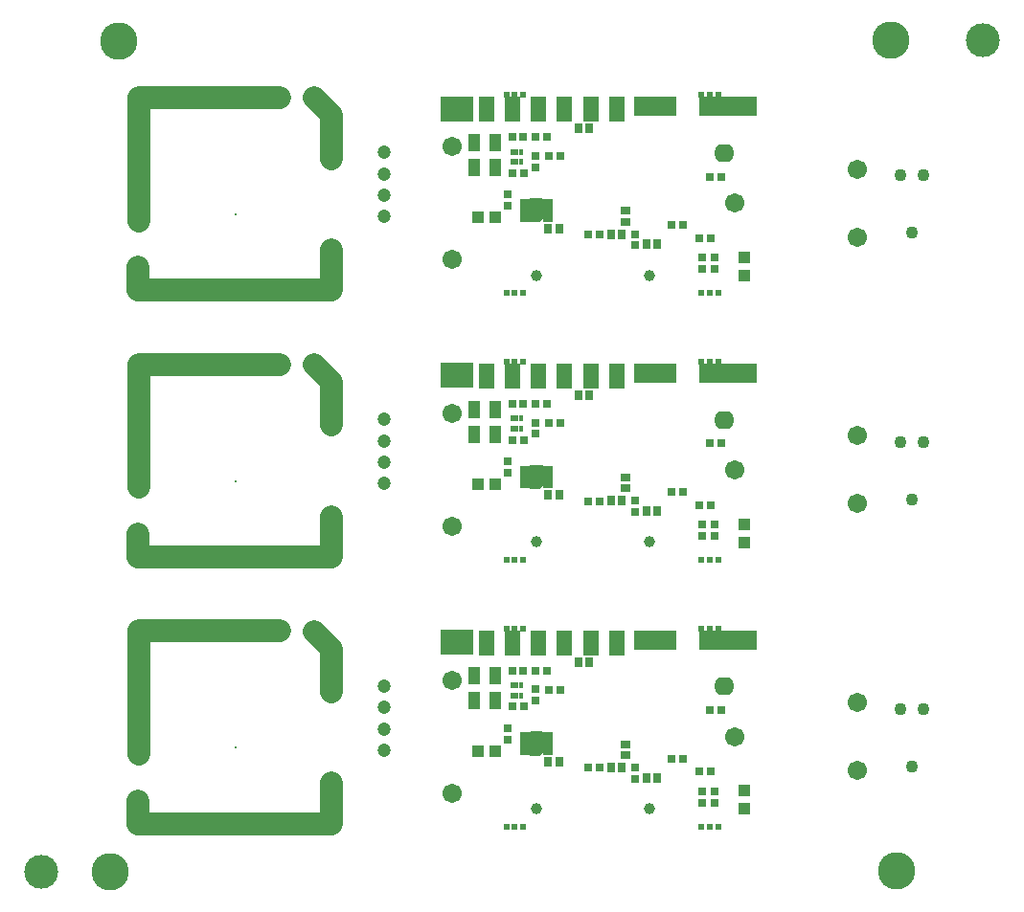
<source format=gts>
G04*
G04 #@! TF.GenerationSoftware,Altium Limited,Altium Designer,19.1.6 (110)*
G04*
G04 Layer_Color=8388736*
%FSAX25Y25*%
%MOIN*%
G70*
G01*
G75*
%ADD32C,0.04724*%
%ADD78R,0.11575X0.09055*%
%ADD79C,0.07874*%
%ADD80C,0.11811*%
%ADD81R,0.14580X0.06706*%
%ADD82R,0.01575X0.01968*%
%ADD83R,0.02769X0.03162*%
%ADD84R,0.03162X0.02769*%
%ADD85R,0.20485X0.06706*%
%ADD86R,0.05524X0.08674*%
%ADD87R,0.03556X0.01981*%
%ADD88R,0.02769X0.02769*%
%ADD89R,0.03950X0.03950*%
%ADD90R,0.03162X0.03320*%
%ADD91R,0.03950X0.03950*%
%ADD92R,0.03320X0.03162*%
%ADD93R,0.04343X0.05918*%
%ADD94C,0.13005*%
%ADD95O,0.07099X0.06312*%
%ADD96C,0.04343*%
%ADD97C,0.06706*%
%ADD98C,0.03950*%
%ADD99C,0.02375*%
%ADD100C,0.00800*%
G36*
X0297443Y0347585D02*
X0300886Y0347585D01*
X0300886D01*
X0300938Y0347582D01*
X0300990Y0347572D01*
X0301039Y0347555D01*
X0301086Y0347532D01*
X0301130Y0347503D01*
X0301164Y0347473D01*
X0301169Y0347468D01*
Y0347468D01*
X0301169D01*
X0301174Y0347462D01*
X0301204Y0347429D01*
X0301233Y0347385D01*
X0301256Y0347338D01*
X0301273Y0347288D01*
X0301283Y0347237D01*
X0301287Y0347184D01*
Y0347184D01*
Y0347184D01*
X0301287Y0340492D01*
X0301285Y0340463D01*
X0301283Y0340440D01*
X0301283Y0340440D01*
X0301283Y0340440D01*
X0301276Y0340406D01*
X0301273Y0340389D01*
X0301273Y0340389D01*
X0301273Y0340388D01*
X0301261Y0340355D01*
X0301256Y0340339D01*
X0301256Y0340339D01*
X0301256Y0340339D01*
X0301243Y0340313D01*
X0301233Y0340292D01*
X0301233Y0340292D01*
X0301233Y0340292D01*
X0301217Y0340268D01*
X0301204Y0340248D01*
X0301204Y0340248D01*
X0301204Y0340248D01*
X0301184Y0340226D01*
X0301169Y0340209D01*
X0300186Y0339224D01*
X0300185Y0339224D01*
X0300185Y0339223D01*
X0300166Y0339207D01*
X0300146Y0339189D01*
X0300146Y0339189D01*
X0300146Y0339189D01*
X0300126Y0339175D01*
X0300103Y0339160D01*
X0300102Y0339160D01*
X0300102Y0339160D01*
X0300079Y0339148D01*
X0300056Y0339137D01*
X0300056Y0339137D01*
X0300055Y0339137D01*
X0300024Y0339126D01*
X0300006Y0339120D01*
X0300006Y0339120D01*
X0300006Y0339120D01*
X0299978Y0339114D01*
X0299955Y0339109D01*
X0299954Y0339109D01*
X0299954Y0339109D01*
X0299931Y0339108D01*
X0299902Y0339106D01*
X0299902Y0339106D01*
X0299902Y0339106D01*
X0297436Y0339107D01*
X0297436Y0339107D01*
X0297435Y0339107D01*
X0297144Y0339107D01*
X0297117Y0339109D01*
X0297092Y0339111D01*
X0297092Y0339111D01*
X0297091Y0339111D01*
X0297066Y0339116D01*
X0297041Y0339121D01*
X0297040Y0339121D01*
X0297040Y0339122D01*
X0297016Y0339130D01*
X0296991Y0339138D01*
X0296991Y0339138D01*
X0296990Y0339139D01*
X0296967Y0339150D01*
X0296944Y0339161D01*
X0296944Y0339162D01*
X0296943Y0339162D01*
X0296922Y0339176D01*
X0296901Y0339190D01*
X0296900Y0339191D01*
X0296900Y0339191D01*
X0296881Y0339208D01*
X0296861Y0339225D01*
X0296861Y0339225D01*
X0296861Y0339226D01*
X0296845Y0339243D01*
X0296827Y0339264D01*
X0296826Y0339265D01*
X0296826Y0339265D01*
X0296812Y0339286D01*
X0296798Y0339308D01*
X0296797Y0339309D01*
X0296797Y0339309D01*
X0296785Y0339333D01*
X0296774Y0339355D01*
X0296774Y0339355D01*
X0296774Y0339356D01*
X0296765Y0339381D01*
X0296758Y0339405D01*
X0296757Y0339405D01*
X0296757Y0339406D01*
X0296752Y0339432D01*
X0296747Y0339456D01*
X0296747Y0339457D01*
X0296747Y0339457D01*
X0296745Y0339483D01*
X0296744Y0339508D01*
Y0339510D01*
X0296745Y0347185D01*
X0296745Y0347185D01*
X0296745Y0347186D01*
X0296747Y0347211D01*
X0296749Y0347237D01*
X0296749Y0347238D01*
X0296749Y0347238D01*
X0296754Y0347261D01*
X0296759Y0347289D01*
X0296759Y0347289D01*
X0296759Y0347289D01*
X0296767Y0347311D01*
X0296776Y0347338D01*
X0296776Y0347339D01*
X0296776Y0347339D01*
X0296788Y0347362D01*
X0296799Y0347385D01*
X0296799Y0347386D01*
X0296799Y0347386D01*
X0296815Y0347410D01*
X0296828Y0347429D01*
X0296829Y0347429D01*
X0296829Y0347429D01*
X0296848Y0347451D01*
X0296863Y0347468D01*
X0296863Y0347469D01*
X0296863Y0347469D01*
X0296882Y0347485D01*
X0296902Y0347503D01*
X0296903Y0347503D01*
X0296903Y0347503D01*
X0296923Y0347516D01*
X0296946Y0347532D01*
X0296946Y0347532D01*
X0296947Y0347532D01*
X0296971Y0347544D01*
X0296993Y0347555D01*
X0296993Y0347555D01*
X0296994Y0347555D01*
X0297018Y0347564D01*
X0297043Y0347572D01*
X0297043Y0347572D01*
X0297043Y0347572D01*
X0297068Y0347577D01*
X0297094Y0347582D01*
X0297094Y0347582D01*
X0297095Y0347582D01*
X0297122Y0347584D01*
X0297146Y0347586D01*
X0297147Y0347586D01*
X0297147Y0347586D01*
X0297443Y0347585D01*
D02*
G37*
G36*
Y0254672D02*
X0300886Y0254672D01*
X0300886D01*
X0300938Y0254669D01*
X0300990Y0254658D01*
X0301039Y0254642D01*
X0301086Y0254618D01*
X0301130Y0254589D01*
X0301164Y0254559D01*
X0301169Y0254555D01*
Y0254555D01*
X0301169D01*
X0301174Y0254549D01*
X0301204Y0254515D01*
X0301233Y0254472D01*
X0301256Y0254425D01*
X0301273Y0254375D01*
X0301283Y0254324D01*
X0301287Y0254271D01*
Y0254271D01*
Y0254271D01*
X0301287Y0247579D01*
X0301285Y0247550D01*
X0301283Y0247527D01*
X0301283Y0247527D01*
X0301283Y0247527D01*
X0301276Y0247493D01*
X0301273Y0247475D01*
X0301273Y0247475D01*
X0301273Y0247475D01*
X0301261Y0247441D01*
X0301256Y0247426D01*
X0301256Y0247426D01*
X0301256Y0247425D01*
X0301243Y0247400D01*
X0301233Y0247379D01*
X0301233Y0247378D01*
X0301233Y0247378D01*
X0301217Y0247355D01*
X0301204Y0247335D01*
X0301204Y0247335D01*
X0301204Y0247335D01*
X0301184Y0247313D01*
X0301169Y0247296D01*
X0300186Y0246310D01*
X0300185Y0246310D01*
X0300185Y0246310D01*
X0300166Y0246293D01*
X0300146Y0246276D01*
X0300146Y0246276D01*
X0300146Y0246275D01*
X0300126Y0246262D01*
X0300103Y0246247D01*
X0300102Y0246246D01*
X0300102Y0246246D01*
X0300079Y0246235D01*
X0300056Y0246223D01*
X0300056Y0246223D01*
X0300055Y0246223D01*
X0300024Y0246212D01*
X0300006Y0246206D01*
X0300006Y0246206D01*
X0300006Y0246206D01*
X0299978Y0246201D01*
X0299955Y0246196D01*
X0299954Y0246196D01*
X0299954Y0246196D01*
X0299931Y0246195D01*
X0299902Y0246193D01*
X0299902Y0246193D01*
X0299902Y0246193D01*
X0297436Y0246193D01*
X0297436Y0246193D01*
X0297435Y0246193D01*
X0297144Y0246194D01*
X0297117Y0246196D01*
X0297092Y0246198D01*
X0297092Y0246198D01*
X0297091Y0246198D01*
X0297066Y0246203D01*
X0297041Y0246208D01*
X0297040Y0246208D01*
X0297040Y0246208D01*
X0297016Y0246216D01*
X0296991Y0246225D01*
X0296991Y0246225D01*
X0296990Y0246225D01*
X0296967Y0246237D01*
X0296944Y0246248D01*
X0296944Y0246248D01*
X0296943Y0246248D01*
X0296922Y0246263D01*
X0296901Y0246277D01*
X0296900Y0246277D01*
X0296900Y0246278D01*
X0296881Y0246294D01*
X0296861Y0246312D01*
X0296861Y0246312D01*
X0296861Y0246312D01*
X0296845Y0246330D01*
X0296827Y0246351D01*
X0296826Y0246352D01*
X0296826Y0246352D01*
X0296812Y0246373D01*
X0296798Y0246395D01*
X0296797Y0246395D01*
X0296797Y0246395D01*
X0296785Y0246420D01*
X0296774Y0246442D01*
X0296774Y0246442D01*
X0296774Y0246443D01*
X0296765Y0246468D01*
X0296758Y0246491D01*
X0296757Y0246492D01*
X0296757Y0246492D01*
X0296752Y0246518D01*
X0296747Y0246543D01*
X0296747Y0246543D01*
X0296747Y0246544D01*
X0296745Y0246570D01*
X0296744Y0246595D01*
Y0246596D01*
X0296745Y0254272D01*
X0296745Y0254272D01*
X0296745Y0254272D01*
X0296747Y0254298D01*
X0296749Y0254324D01*
X0296749Y0254324D01*
X0296749Y0254324D01*
X0296754Y0254347D01*
X0296759Y0254375D01*
X0296759Y0254376D01*
X0296759Y0254376D01*
X0296767Y0254398D01*
X0296776Y0254425D01*
X0296776Y0254425D01*
X0296776Y0254426D01*
X0296788Y0254449D01*
X0296799Y0254472D01*
X0296799Y0254472D01*
X0296799Y0254472D01*
X0296815Y0254496D01*
X0296828Y0254516D01*
X0296829Y0254516D01*
X0296829Y0254516D01*
X0296848Y0254537D01*
X0296863Y0254555D01*
X0296863Y0254555D01*
X0296863Y0254555D01*
X0296882Y0254571D01*
X0296902Y0254590D01*
X0296903Y0254590D01*
X0296903Y0254590D01*
X0296923Y0254603D01*
X0296946Y0254619D01*
X0296946Y0254619D01*
X0296947Y0254619D01*
X0296971Y0254631D01*
X0296993Y0254642D01*
X0296993Y0254642D01*
X0296994Y0254642D01*
X0297018Y0254650D01*
X0297043Y0254659D01*
X0297043Y0254659D01*
X0297043Y0254659D01*
X0297068Y0254664D01*
X0297094Y0254669D01*
X0297094Y0254669D01*
X0297095Y0254669D01*
X0297122Y0254671D01*
X0297146Y0254672D01*
X0297147Y0254672D01*
X0297147Y0254672D01*
X0297443Y0254672D01*
D02*
G37*
G36*
Y0161758D02*
X0300886Y0161759D01*
X0300886D01*
X0300938Y0161755D01*
X0300990Y0161745D01*
X0301039Y0161728D01*
X0301086Y0161705D01*
X0301130Y0161676D01*
X0301164Y0161646D01*
X0301169Y0161641D01*
Y0161641D01*
X0301169D01*
X0301174Y0161636D01*
X0301204Y0161602D01*
X0301233Y0161558D01*
X0301256Y0161511D01*
X0301273Y0161461D01*
X0301283Y0161410D01*
X0301287Y0161358D01*
Y0161358D01*
Y0161358D01*
X0301287Y0154665D01*
X0301285Y0154637D01*
X0301283Y0154613D01*
X0301283Y0154613D01*
X0301283Y0154613D01*
X0301276Y0154579D01*
X0301273Y0154562D01*
X0301273Y0154562D01*
X0301273Y0154562D01*
X0301261Y0154528D01*
X0301256Y0154512D01*
X0301256Y0154512D01*
X0301256Y0154512D01*
X0301243Y0154486D01*
X0301233Y0154465D01*
X0301233Y0154465D01*
X0301233Y0154465D01*
X0301217Y0154441D01*
X0301204Y0154422D01*
X0301204Y0154421D01*
X0301204Y0154421D01*
X0301184Y0154399D01*
X0301169Y0154382D01*
X0300186Y0153397D01*
X0300185Y0153397D01*
X0300185Y0153397D01*
X0300166Y0153380D01*
X0300146Y0153362D01*
X0300146Y0153362D01*
X0300146Y0153362D01*
X0300126Y0153349D01*
X0300103Y0153333D01*
X0300102Y0153333D01*
X0300102Y0153333D01*
X0300079Y0153321D01*
X0300056Y0153310D01*
X0300056Y0153310D01*
X0300055Y0153310D01*
X0300024Y0153299D01*
X0300006Y0153293D01*
X0300006Y0153293D01*
X0300006Y0153293D01*
X0299978Y0153287D01*
X0299955Y0153283D01*
X0299954Y0153283D01*
X0299954Y0153283D01*
X0299931Y0153281D01*
X0299902Y0153279D01*
X0299902Y0153279D01*
X0299902Y0153279D01*
X0297436Y0153280D01*
X0297436Y0153280D01*
X0297435Y0153280D01*
X0297144Y0153281D01*
X0297117Y0153282D01*
X0297092Y0153284D01*
X0297092Y0153284D01*
X0297091Y0153284D01*
X0297066Y0153289D01*
X0297041Y0153294D01*
X0297040Y0153295D01*
X0297040Y0153295D01*
X0297016Y0153303D01*
X0296991Y0153311D01*
X0296991Y0153312D01*
X0296990Y0153312D01*
X0296967Y0153323D01*
X0296944Y0153334D01*
X0296944Y0153335D01*
X0296943Y0153335D01*
X0296922Y0153350D01*
X0296901Y0153364D01*
X0296900Y0153364D01*
X0296900Y0153364D01*
X0296881Y0153381D01*
X0296861Y0153398D01*
X0296861Y0153399D01*
X0296861Y0153399D01*
X0296845Y0153417D01*
X0296827Y0153438D01*
X0296826Y0153438D01*
X0296826Y0153438D01*
X0296812Y0153460D01*
X0296798Y0153481D01*
X0296797Y0153482D01*
X0296797Y0153482D01*
X0296785Y0153506D01*
X0296774Y0153528D01*
X0296774Y0153529D01*
X0296774Y0153529D01*
X0296765Y0153554D01*
X0296758Y0153578D01*
X0296757Y0153578D01*
X0296757Y0153579D01*
X0296752Y0153605D01*
X0296747Y0153629D01*
X0296747Y0153630D01*
X0296747Y0153630D01*
X0296745Y0153657D01*
X0296744Y0153682D01*
Y0153683D01*
X0296745Y0161358D01*
X0296745Y0161358D01*
X0296745Y0161359D01*
X0296747Y0161384D01*
X0296749Y0161410D01*
X0296749Y0161411D01*
X0296749Y0161411D01*
X0296754Y0161434D01*
X0296759Y0161462D01*
X0296759Y0161462D01*
X0296759Y0161462D01*
X0296767Y0161484D01*
X0296776Y0161512D01*
X0296776Y0161512D01*
X0296776Y0161512D01*
X0296788Y0161535D01*
X0296799Y0161558D01*
X0296799Y0161559D01*
X0296799Y0161559D01*
X0296815Y0161583D01*
X0296828Y0161602D01*
X0296829Y0161602D01*
X0296829Y0161603D01*
X0296848Y0161624D01*
X0296863Y0161642D01*
X0296863Y0161642D01*
X0296863Y0161642D01*
X0296882Y0161658D01*
X0296902Y0161676D01*
X0296903Y0161676D01*
X0296903Y0161677D01*
X0296923Y0161690D01*
X0296946Y0161705D01*
X0296946Y0161705D01*
X0296947Y0161706D01*
X0296971Y0161717D01*
X0296993Y0161728D01*
X0296993Y0161729D01*
X0296994Y0161729D01*
X0297018Y0161737D01*
X0297043Y0161745D01*
X0297043Y0161745D01*
X0297043Y0161745D01*
X0297068Y0161750D01*
X0297094Y0161756D01*
X0297094Y0161756D01*
X0297095Y0161756D01*
X0297122Y0161757D01*
X0297146Y0161759D01*
X0297147Y0161759D01*
X0297147Y0161759D01*
X0297443Y0161758D01*
D02*
G37*
D32*
X0246181Y0155276D02*
D03*
X0246142Y0170118D02*
D03*
X0246063Y0177717D02*
D03*
X0246142Y0162677D02*
D03*
X0246181Y0248189D02*
D03*
X0246142Y0263032D02*
D03*
X0246063Y0270630D02*
D03*
X0246142Y0255591D02*
D03*
X0246181Y0341102D02*
D03*
X0246142Y0355945D02*
D03*
X0246063Y0363543D02*
D03*
X0246142Y0348504D02*
D03*
D78*
X0271339Y0378740D02*
D03*
Y0285826D02*
D03*
Y0192913D02*
D03*
D79*
X0227874Y0129646D02*
Y0143780D01*
X0160472Y0129646D02*
X0227874D01*
X0160472D02*
Y0137638D01*
X0227677Y0175591D02*
Y0190748D01*
X0221772Y0196654D02*
X0227677Y0190748D01*
X0160669Y0196811D02*
X0209646D01*
X0160669Y0153858D02*
Y0196811D01*
X0227874Y0222559D02*
Y0236693D01*
X0160472Y0222559D02*
X0227874D01*
X0160472D02*
Y0230551D01*
X0227677Y0268504D02*
Y0283662D01*
X0221772Y0289567D02*
X0227677Y0283662D01*
X0160669Y0289724D02*
X0209646D01*
X0160669Y0246772D02*
Y0289724D01*
X0227874Y0315473D02*
Y0329606D01*
X0160472Y0315473D02*
X0227874D01*
X0160472D02*
Y0323465D01*
X0227677Y0361417D02*
Y0376575D01*
X0221772Y0382480D02*
X0227677Y0376575D01*
X0160669Y0382638D02*
X0209646D01*
X0160669Y0339685D02*
Y0382638D01*
D80*
X0126772Y0112992D02*
D03*
X0454528Y0402559D02*
D03*
D81*
X0340335Y0379566D02*
D03*
Y0286653D02*
D03*
Y0193740D02*
D03*
D82*
X0290630Y0363740D02*
D03*
X0292205D02*
D03*
X0293779D02*
D03*
X0290630Y0360196D02*
D03*
X0292205D02*
D03*
X0293779D02*
D03*
X0290630Y0270826D02*
D03*
X0292205D02*
D03*
X0293779D02*
D03*
X0290630Y0267283D02*
D03*
X0292205D02*
D03*
X0293779D02*
D03*
X0290630Y0177913D02*
D03*
X0292205D02*
D03*
X0293779D02*
D03*
X0290630Y0174370D02*
D03*
X0292205D02*
D03*
X0293779D02*
D03*
D83*
X0294567Y0356299D02*
D03*
X0290630D02*
D03*
X0307401Y0362244D02*
D03*
X0303465D02*
D03*
X0294528Y0368818D02*
D03*
X0290591D02*
D03*
X0302638Y0368897D02*
D03*
X0298701D02*
D03*
X0363346Y0355039D02*
D03*
X0359409D02*
D03*
X0346063Y0338189D02*
D03*
X0350000D02*
D03*
X0355709Y0333661D02*
D03*
X0359646D02*
D03*
X0317008Y0334921D02*
D03*
X0320945D02*
D03*
X0294567Y0263385D02*
D03*
X0290630D02*
D03*
X0307401Y0269330D02*
D03*
X0303465D02*
D03*
X0294528Y0275905D02*
D03*
X0290591D02*
D03*
X0302638Y0275984D02*
D03*
X0298701D02*
D03*
X0363346Y0262125D02*
D03*
X0359409D02*
D03*
X0346063Y0245275D02*
D03*
X0350000D02*
D03*
X0355709Y0240747D02*
D03*
X0359646D02*
D03*
X0317008Y0242007D02*
D03*
X0320945D02*
D03*
X0294567Y0170472D02*
D03*
X0290630D02*
D03*
X0307401Y0176417D02*
D03*
X0303465D02*
D03*
X0294528Y0182992D02*
D03*
X0290591D02*
D03*
X0302638Y0183070D02*
D03*
X0298701D02*
D03*
X0363346Y0169212D02*
D03*
X0359409D02*
D03*
X0346063Y0152362D02*
D03*
X0350000D02*
D03*
X0355709Y0147834D02*
D03*
X0359646D02*
D03*
X0317008Y0149094D02*
D03*
X0320945D02*
D03*
D84*
X0298740Y0358346D02*
D03*
Y0362283D02*
D03*
X0356732Y0326850D02*
D03*
Y0322913D02*
D03*
X0361023Y0326850D02*
D03*
Y0322913D02*
D03*
X0289173Y0344881D02*
D03*
Y0348818D02*
D03*
X0333268Y0335039D02*
D03*
Y0331102D02*
D03*
X0298740Y0265433D02*
D03*
Y0269370D02*
D03*
X0356732Y0233937D02*
D03*
Y0229999D02*
D03*
X0361023Y0233937D02*
D03*
Y0229999D02*
D03*
X0289173Y0251968D02*
D03*
Y0255905D02*
D03*
X0333268Y0242125D02*
D03*
Y0238188D02*
D03*
X0298740Y0172519D02*
D03*
Y0176456D02*
D03*
X0356732Y0141023D02*
D03*
Y0137086D02*
D03*
X0361023Y0141023D02*
D03*
Y0137086D02*
D03*
X0289173Y0159055D02*
D03*
Y0162992D02*
D03*
X0333268Y0149212D02*
D03*
Y0145275D02*
D03*
D85*
X0365571Y0379527D02*
D03*
Y0286614D02*
D03*
Y0193700D02*
D03*
D86*
X0326968Y0378543D02*
D03*
X0317913D02*
D03*
X0308858D02*
D03*
X0299803D02*
D03*
X0290748D02*
D03*
X0281693D02*
D03*
X0326968Y0285629D02*
D03*
X0317913D02*
D03*
X0308858D02*
D03*
X0299803D02*
D03*
X0290748D02*
D03*
X0281693D02*
D03*
X0326968Y0192716D02*
D03*
X0317913D02*
D03*
X0308858D02*
D03*
X0299803D02*
D03*
X0290748D02*
D03*
X0281693D02*
D03*
D87*
X0303150Y0340393D02*
D03*
Y0342362D02*
D03*
Y0344330D02*
D03*
Y0346299D02*
D03*
X0294882D02*
D03*
Y0344330D02*
D03*
Y0342362D02*
D03*
Y0340393D02*
D03*
X0303150Y0247480D02*
D03*
Y0249448D02*
D03*
Y0251417D02*
D03*
Y0253385D02*
D03*
X0294882D02*
D03*
Y0251417D02*
D03*
Y0249448D02*
D03*
Y0247480D02*
D03*
X0303150Y0154566D02*
D03*
Y0156535D02*
D03*
Y0158503D02*
D03*
Y0160472D02*
D03*
X0294882D02*
D03*
Y0158503D02*
D03*
Y0156535D02*
D03*
Y0154566D02*
D03*
D88*
X0299016Y0343346D02*
D03*
Y0250432D02*
D03*
Y0157519D02*
D03*
D89*
X0371457Y0320669D02*
D03*
Y0326968D02*
D03*
Y0227755D02*
D03*
Y0234055D02*
D03*
Y0134842D02*
D03*
Y0141141D02*
D03*
D90*
X0303150Y0337007D02*
D03*
X0306929D02*
D03*
X0341023Y0331574D02*
D03*
X0337244D02*
D03*
X0317362Y0371889D02*
D03*
X0313583D02*
D03*
X0325079Y0335039D02*
D03*
X0328858D02*
D03*
X0303150Y0244094D02*
D03*
X0306929D02*
D03*
X0341023Y0238661D02*
D03*
X0337244D02*
D03*
X0317362Y0278976D02*
D03*
X0313583D02*
D03*
X0325079Y0242126D02*
D03*
X0328858D02*
D03*
X0303150Y0151181D02*
D03*
X0306929D02*
D03*
X0341023Y0145747D02*
D03*
X0337244D02*
D03*
X0317362Y0186062D02*
D03*
X0313583D02*
D03*
X0325079Y0149212D02*
D03*
X0328858D02*
D03*
D91*
X0284724Y0340866D02*
D03*
X0278819D02*
D03*
X0284724Y0247952D02*
D03*
X0278819D02*
D03*
X0284724Y0155039D02*
D03*
X0278819D02*
D03*
D92*
X0329960Y0339409D02*
D03*
Y0343189D02*
D03*
Y0246496D02*
D03*
Y0250275D02*
D03*
Y0153582D02*
D03*
Y0157362D02*
D03*
D93*
X0277362Y0358267D02*
D03*
X0284842D02*
D03*
X0277362Y0366968D02*
D03*
X0284842D02*
D03*
X0277362Y0265354D02*
D03*
X0284842D02*
D03*
X0277362Y0274055D02*
D03*
X0284842D02*
D03*
X0277362Y0172440D02*
D03*
X0284842D02*
D03*
X0277362Y0181141D02*
D03*
X0284842D02*
D03*
D94*
X0424410Y0113189D02*
D03*
X0422244Y0402559D02*
D03*
X0150787Y0112992D02*
D03*
X0153740Y0402362D02*
D03*
D95*
X0364445Y0363275D02*
D03*
Y0270361D02*
D03*
Y0177448D02*
D03*
D96*
X0429587Y0335551D02*
D03*
X0433587Y0355551D02*
D03*
X0425587D02*
D03*
X0429587Y0242637D02*
D03*
X0433587Y0262637D02*
D03*
X0425587D02*
D03*
X0429587Y0149724D02*
D03*
X0433587Y0169724D02*
D03*
X0425587D02*
D03*
D97*
X0368110Y0345866D02*
D03*
X0269701Y0365551D02*
D03*
Y0326181D02*
D03*
X0410827Y0357677D02*
D03*
Y0334055D02*
D03*
X0368110Y0252952D02*
D03*
X0269701Y0272637D02*
D03*
Y0233267D02*
D03*
X0410827Y0264763D02*
D03*
Y0241141D02*
D03*
X0368110Y0160039D02*
D03*
X0269701Y0179724D02*
D03*
Y0140354D02*
D03*
X0410827Y0171850D02*
D03*
Y0148228D02*
D03*
D98*
X0338346Y0320708D02*
D03*
X0298976D02*
D03*
X0338346Y0227795D02*
D03*
X0298976D02*
D03*
X0338346Y0134881D02*
D03*
X0298976D02*
D03*
D99*
X0362402Y0383464D02*
D03*
X0359449D02*
D03*
X0356496D02*
D03*
X0356496Y0314566D02*
D03*
X0359449D02*
D03*
X0362402D02*
D03*
X0294488D02*
D03*
X0291535D02*
D03*
X0288583D02*
D03*
X0288583Y0383464D02*
D03*
X0291535D02*
D03*
X0294488D02*
D03*
X0362402Y0290551D02*
D03*
X0359449D02*
D03*
X0356496D02*
D03*
X0356496Y0221653D02*
D03*
X0359449D02*
D03*
X0362402D02*
D03*
X0294488D02*
D03*
X0291535D02*
D03*
X0288583D02*
D03*
X0288583Y0290551D02*
D03*
X0291535D02*
D03*
X0294488D02*
D03*
X0362402Y0197637D02*
D03*
X0359449D02*
D03*
X0356496D02*
D03*
X0356496Y0128740D02*
D03*
X0359449D02*
D03*
X0362402D02*
D03*
X0294488D02*
D03*
X0291535D02*
D03*
X0288583D02*
D03*
X0288583Y0197637D02*
D03*
X0291535D02*
D03*
X0294488D02*
D03*
D100*
X0194311Y0156102D02*
D03*
Y0249015D02*
D03*
Y0341929D02*
D03*
M02*

</source>
